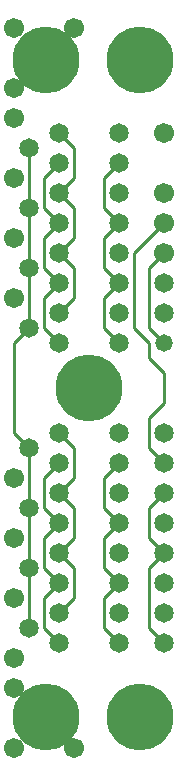
<source format=gtl>
%MOIN*%
%FSLAX25Y25*%
G04 D10 used for Character Trace; *
G04     Circle (OD=.01000) (No hole)*
G04 D11 used for Power Trace; *
G04     Circle (OD=.06700) (No hole)*
G04 D12 used for Signal Trace; *
G04     Circle (OD=.01100) (No hole)*
G04 D13 used for Via; *
G04     Circle (OD=.05800) (Round. Hole ID=.02800)*
G04 D14 used for Component hole; *
G04     Circle (OD=.06500) (Round. Hole ID=.03500)*
G04 D15 used for Component hole; *
G04     Circle (OD=.06700) (Round. Hole ID=.04300)*
G04 D16 used for Component hole; *
G04     Circle (OD=.08100) (Round. Hole ID=.05100)*
G04 D17 used for Component hole; *
G04     Circle (OD=.08900) (Round. Hole ID=.05900)*
G04 D18 used for Component hole; *
G04     Circle (OD=.11300) (Round. Hole ID=.08300)*
G04 D19 used for Component hole; *
G04     Circle (OD=.16000) (Round. Hole ID=.13000)*
G04 D20 used for Component hole; *
G04     Circle (OD=.18300) (Round. Hole ID=.15300)*
G04 D21 used for Component hole; *
G04     Circle (OD=.22291) (Round. Hole ID=.19291)*
%ADD10C,.01000*%
%ADD11C,.06700*%
%ADD12C,.01100*%
%ADD13C,.05800*%
%ADD14C,.06500*%
%ADD15C,.06700*%
%ADD16C,.08100*%
%ADD17C,.08900*%
%ADD18C,.11300*%
%ADD19C,.16000*%
%ADD20C,.18300*%
%ADD21C,.22291*%
%IPPOS*%
%LPD*%
G90*X0Y0D02*D15*X5000Y5000D03*D21*X15625Y15625D03*
D15*X5000Y25000D03*X25000Y5000D03*X5000Y35000D03* 
D14*X40000Y40000D03*D12*X35000Y45000D01*Y55000D01*
X40000Y60000D01*D14*D03*D12*X35000Y65000D01*      
Y75000D01*X40000Y80000D01*D14*D03*D12*            
X35000Y85000D01*Y95000D01*X40000Y100000D01*D14*   
D03*Y110000D03*Y90000D03*D12*X55000Y100000D02*    
X50000Y105000D01*D14*X55000Y100000D03*D12*        
X50000Y105000D02*Y115000D01*X55000Y120000D01*     
Y130000D01*X50000Y135000D01*Y140000D01*           
X45000Y145000D01*Y170000D01*X55000Y180000D01*D15* 
D03*Y190000D03*Y170000D03*D12*X50000Y165000D01*   
Y145000D01*X55000Y140000D01*D13*D03*D14*          
Y150000D03*X40000D03*Y140000D03*D12*              
X35000Y145000D01*Y155000D01*X40000Y160000D01*D14* 
D03*D12*X35000Y165000D01*Y175000D01*              
X40000Y180000D01*D14*D03*D12*X35000Y185000D01*    
Y195000D01*X40000Y200000D01*D14*D03*Y210000D03*   
Y190000D03*D12*X25000Y175000D02*Y185000D01*       
X20000Y170000D02*X25000Y175000D01*D14*            
X20000Y170000D03*D12*X25000Y165000D01*Y155000D01* 
X20000Y150000D01*D14*D03*D12*X15000Y145000D02*    
Y155000D01*X20000Y140000D02*X15000Y145000D01*D14* 
X20000Y140000D03*X10000Y145000D03*D12*            
X5000Y140000D01*Y110000D01*X10000Y105000D01*D14*  
D03*D12*Y85000D01*D14*D03*D12*Y65000D01*D14*D03*  
D12*Y45000D01*D14*D03*D12*X20000Y40000D02*        
X15000Y45000D01*D14*X20000Y40000D03*D12*          
X15000Y45000D02*Y55000D01*X20000Y60000D01*D14*D03*
D12*X15000Y65000D01*Y75000D01*X20000Y80000D01*D14*
D03*D12*X15000Y85000D01*Y95000D01*                
X20000Y100000D01*D14*D03*D12*Y90000D02*           
X25000Y95000D01*D14*X20000Y90000D03*D12*          
X25000Y85000D01*Y75000D01*X20000Y70000D01*D14*D03*
D12*X25000Y65000D01*Y55000D01*X20000Y50000D01*D14*
D03*D15*X5000Y55000D03*D14*X40000Y70000D03*       
Y50000D03*D15*X5000Y75000D03*D12*X55000Y40000D02* 
X50000Y45000D01*D14*X55000Y40000D03*D12*          
X50000Y45000D02*Y65000D01*X55000Y70000D01*D14*D03*
D12*X50000Y75000D01*Y85000D01*X55000Y90000D01*D14*
D03*Y80000D03*Y110000D03*D12*X25000Y95000D02*     
Y105000D01*X20000Y110000D01*D14*D03*D15*          
X5000Y95000D03*D21*X30000Y125000D03*D12*          
X10000Y145000D02*Y165000D01*D14*D03*D12*          
Y185000D01*D14*D03*D12*Y205000D01*D14*D03*        
X20000Y200000D03*D12*X15000Y195000D01*Y185000D01* 
X20000Y180000D01*D14*D03*D12*X15000Y175000D01*    
Y165000D01*X20000Y160000D01*D14*D03*D12*          
X15000Y155000D01*D15*X5000D03*Y175000D03*D14*     
X40000Y170000D03*D12*X25000Y185000D02*            
X20000Y190000D01*D14*D03*D12*X25000Y195000D01*    
Y205000D01*X20000Y210000D01*D14*D03*D15*          
X5000Y225000D03*Y195000D03*Y215000D03*D21*        
X46875Y234375D03*X15625D03*D15*X25000Y245000D03*  
X55000Y210000D03*X5000Y245000D03*D14*             
X55000Y160000D03*Y60000D03*Y50000D03*D21*         
X46875Y15625D03*M02*                              

</source>
